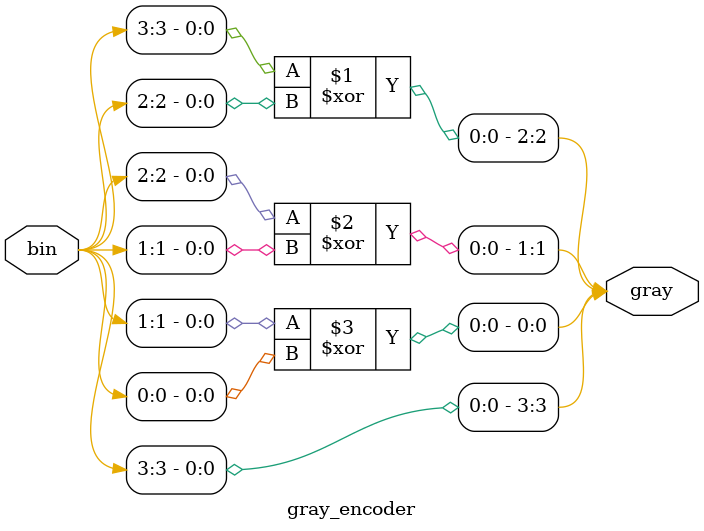
<source format=v>
module gray_encoder #(parameter N = 4) (
    input [N-1:0] bin,
    output [N-1:0] gray
);
    assign gray[N-1] = bin[N-1];
    genvar i;
    generate
        for (i = N-2; i >= 0; i = i - 1) begin : gray_loop
            assign gray[i] = bin[i+1] ^ bin[i];
        end
    endgenerate
endmodule

</source>
